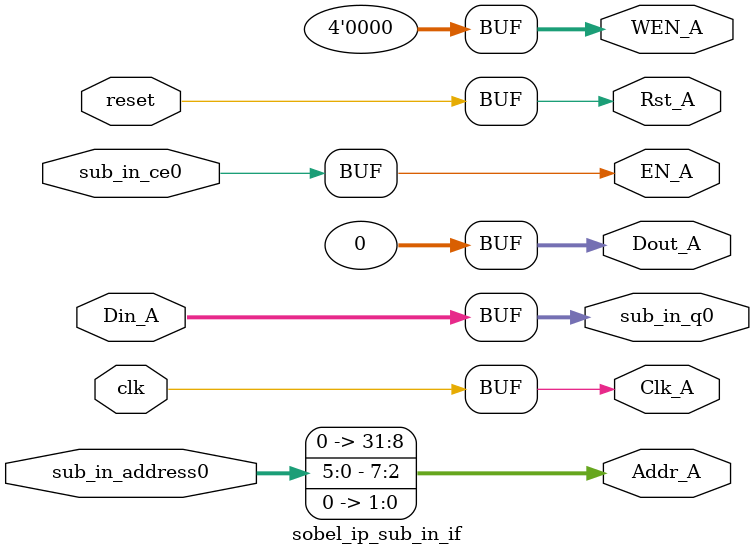
<source format=v>


`timescale 1ns/1ps

module sobel_ip_sub_in_if (
    // system singals
    input  wire        clk,
    input  wire        reset,
    // user signals
    input  wire [5:0]  sub_in_address0,
    input  wire        sub_in_ce0,
    output wire [31:0] sub_in_q0,
    // bus signals
    output wire        Clk_A,
    output wire        Rst_A,
    output wire        EN_A,
    output wire [3:0]  WEN_A,
    output wire [31:0] Addr_A,
    output wire [31:0] Dout_A,
    input  wire [31:0] Din_A
);
//------------------------Body---------------------------
assign Clk_A     = clk;
assign Rst_A     = reset;
assign EN_A      = sub_in_ce0;
assign Addr_A    = {sub_in_address0, 2'b0};
assign WEN_A     = 4'b0;
assign Dout_A    = 32'b0;
assign sub_in_q0 = Din_A[31:0];

endmodule

</source>
